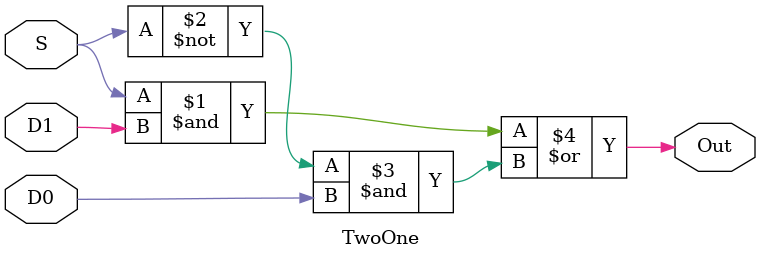
<source format=v>
/* Author: Ismael Contreras
*  Date: 12/10/2021
*
*  Purpose:
* 	Mux 2:1 used to limit/select the number of outputs 
*
*/

module TwoOne(D1, D0, S, Out);

	input wire D1, D0, S;
	output wire Out;
	assign Out = ( S & D1) | (~S & D0);
	
endmodule 

</source>
